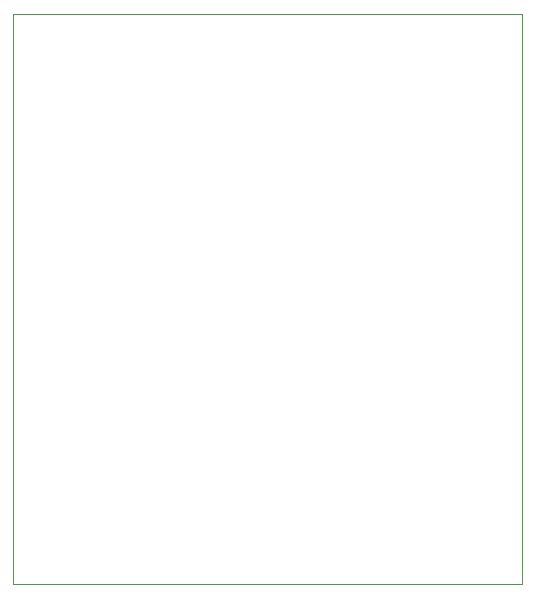
<source format=gbr>
%TF.GenerationSoftware,KiCad,Pcbnew,(6.0.5-0)*%
%TF.CreationDate,2022-06-28T17:28:19+02:00*%
%TF.ProjectId,JeepPCB,4a656570-5043-4422-9e6b-696361645f70,rev?*%
%TF.SameCoordinates,Original*%
%TF.FileFunction,Profile,NP*%
%FSLAX46Y46*%
G04 Gerber Fmt 4.6, Leading zero omitted, Abs format (unit mm)*
G04 Created by KiCad (PCBNEW (6.0.5-0)) date 2022-06-28 17:28:19*
%MOMM*%
%LPD*%
G01*
G04 APERTURE LIST*
%TA.AperFunction,Profile*%
%ADD10C,0.100000*%
%TD*%
G04 APERTURE END LIST*
D10*
X40000000Y-39600000D02*
X83050000Y-39600000D01*
X83050000Y-39600000D02*
X83050000Y-87850000D01*
X83050000Y-87850000D02*
X40000000Y-87850000D01*
X40000000Y-87850000D02*
X40000000Y-39600000D01*
M02*

</source>
